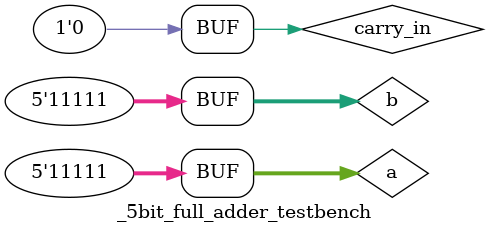
<source format=v>
`define DELAY 20
module _5bit_full_adder_testbench(); 
reg [4:0]a, b; 
reg carry_in;
wire [4:0]sum; 
wire carry_out;

_5bit_adder _5bfadd (sum, carry_out, a, b, carry_in);

initial begin
a = 5'b00000; b = 5'b00000; carry_in = 1'b0;
#`DELAY;
a = 5'b00001; b = 5'b00001; carry_in = 1'b0;
#`DELAY;
a = 5'b00011; b = 5'b00011; carry_in = 1'b0;
#`DELAY;
a = 5'b00000; b = 5'b00111; carry_in = 1'b0;
#`DELAY;
a = 5'b01111; b = 5'b00000; carry_in = 1'b0;
#`DELAY;
a = 5'b00110; b = 5'b00001; carry_in = 1'b0;
#`DELAY;
a = 5'b11111; b = 5'b11111; carry_in = 1'b0;
end
 
 
initial
begin
$monitor("time = %2d, a =%b, b=%b, carry_in=%b, sum=%b, carry_out=%b", $time, a, b, carry_in, sum, carry_out);
end
 
endmodule
</source>
